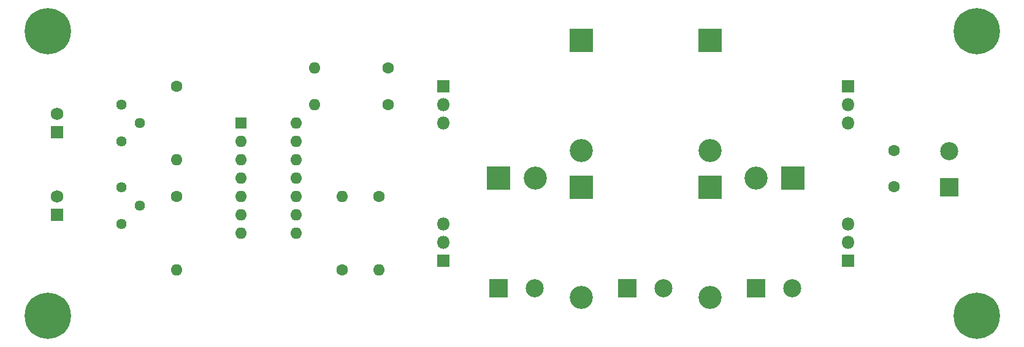
<source format=gts>
G04 #@! TF.FileFunction,Soldermask,Top*
%FSLAX46Y46*%
G04 Gerber Fmt 4.6, Leading zero omitted, Abs format (unit mm)*
G04 Created by KiCad (PCBNEW 4.0.7+dfsg1-1) date Sun May 13 22:10:31 2018*
%MOMM*%
%LPD*%
G01*
G04 APERTURE LIST*
%ADD10C,0.100000*%
%ADD11R,2.500000X2.500000*%
%ADD12C,2.500000*%
%ADD13R,1.600000X1.600000*%
%ADD14O,1.600000X1.600000*%
%ADD15C,1.600000*%
%ADD16R,1.800000X1.800000*%
%ADD17O,1.800000X1.800000*%
%ADD18C,1.440000*%
%ADD19R,1.750000X1.750000*%
%ADD20C,1.750000*%
%ADD21R,3.200000X3.200000*%
%ADD22O,3.200000X3.200000*%
%ADD23C,6.400000*%
G04 APERTURE END LIST*
D10*
D11*
X127000000Y-64770000D03*
D12*
X132000000Y-64770000D03*
D13*
X55880000Y-41910000D03*
D14*
X63500000Y-57150000D03*
X55880000Y-44450000D03*
X63500000Y-54610000D03*
X55880000Y-46990000D03*
X63500000Y-52070000D03*
X55880000Y-49530000D03*
X63500000Y-49530000D03*
X55880000Y-52070000D03*
X63500000Y-46990000D03*
X55880000Y-54610000D03*
X63500000Y-44450000D03*
X55880000Y-57150000D03*
X63500000Y-41910000D03*
D11*
X153670000Y-50800000D03*
D12*
X153670000Y-45800000D03*
D15*
X146050000Y-45720000D03*
X146050000Y-50720000D03*
D11*
X109220000Y-64770000D03*
D12*
X114220000Y-64770000D03*
D16*
X83820000Y-36830000D03*
D17*
X83820000Y-39370000D03*
X83820000Y-41910000D03*
D16*
X139700000Y-36830000D03*
D17*
X139700000Y-39370000D03*
X139700000Y-41910000D03*
D16*
X83820000Y-60960000D03*
D17*
X83820000Y-58420000D03*
X83820000Y-55880000D03*
D16*
X139700000Y-60960000D03*
D17*
X139700000Y-58420000D03*
X139700000Y-55880000D03*
D15*
X46990000Y-36830000D03*
D14*
X46990000Y-46990000D03*
D15*
X46990000Y-52070000D03*
D14*
X46990000Y-62230000D03*
D15*
X69850000Y-62230000D03*
D14*
X69850000Y-52070000D03*
D15*
X74930000Y-52070000D03*
D14*
X74930000Y-62230000D03*
D18*
X39370000Y-39370000D03*
X41910000Y-41910000D03*
X39370000Y-44450000D03*
X39370000Y-50800000D03*
X41910000Y-53340000D03*
X39370000Y-55880000D03*
D11*
X91440000Y-64770000D03*
D12*
X96440000Y-64770000D03*
D19*
X30480000Y-43180000D03*
D20*
X30480000Y-40680000D03*
D19*
X30480000Y-54610000D03*
D20*
X30480000Y-52110000D03*
D21*
X91440000Y-49530000D03*
D22*
X96520000Y-49530000D03*
D21*
X132080000Y-49530000D03*
D22*
X127000000Y-49530000D03*
D21*
X102870000Y-30480000D03*
D22*
X102870000Y-45720000D03*
D21*
X120650000Y-30480000D03*
D22*
X120650000Y-45720000D03*
D21*
X102870000Y-50800000D03*
D22*
X102870000Y-66040000D03*
D21*
X120650000Y-50800000D03*
D22*
X120650000Y-66040000D03*
D23*
X29210000Y-29210000D03*
X157480000Y-29210000D03*
X29210000Y-68580000D03*
X157480000Y-68580000D03*
D15*
X76200000Y-34290000D03*
D14*
X66040000Y-34290000D03*
D15*
X76200000Y-39370000D03*
D14*
X66040000Y-39370000D03*
M02*

</source>
